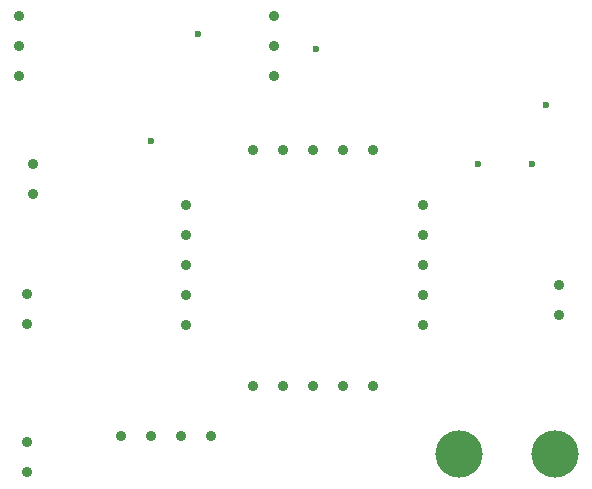
<source format=gbr>
%FSTAX25Y25*%
%MOMM*%
%SFA1B1*%

%IPPOS*%
%ADD47C,3.999992*%
%ADD48C,3.999992*%
%ADD49C,0.899998*%
%ADD50C,0.899998*%
%ADD51C,0.599999*%
%LNdevboard_pth_drill-1*%
%LPD*%
G54D47*
X4009712Y0349999D03*
G54D48*
X4819997Y0349999D03*
G54D49*
X4855001Y1526001D03*
Y1780001D03*
X0399999Y2799999D03*
Y2545999D03*
X2444503Y3544999D03*
Y3798999D03*
Y4052999D03*
X0349999Y1449999D03*
Y1703999D03*
Y0195999D03*
Y0449999D03*
X0286999Y3544999D03*
Y3798999D03*
Y4052999D03*
X1699999Y1441998D03*
Y1695998D03*
Y1949998D03*
Y2203998D03*
Y2457998D03*
X3699997Y1441998D03*
Y1695998D03*
Y1949998D03*
Y2203998D03*
Y2457998D03*
G54D50*
X1907999Y0499999D03*
X1653999D03*
X1399999D03*
X1145999D03*
X3284697Y2925297D03*
X3030697D03*
X2776697D03*
X2522697D03*
X2268697D03*
Y0925299D03*
X2522697D03*
X2776697D03*
X3030697D03*
X3284697D03*
G54D51*
X4744999Y3299998D03*
X4627501Y2799999D03*
X1399999Y2999999D03*
X4169707Y2799999D03*
X2794797Y3773248D03*
X1794995Y3899999D03*
M02*
</source>
